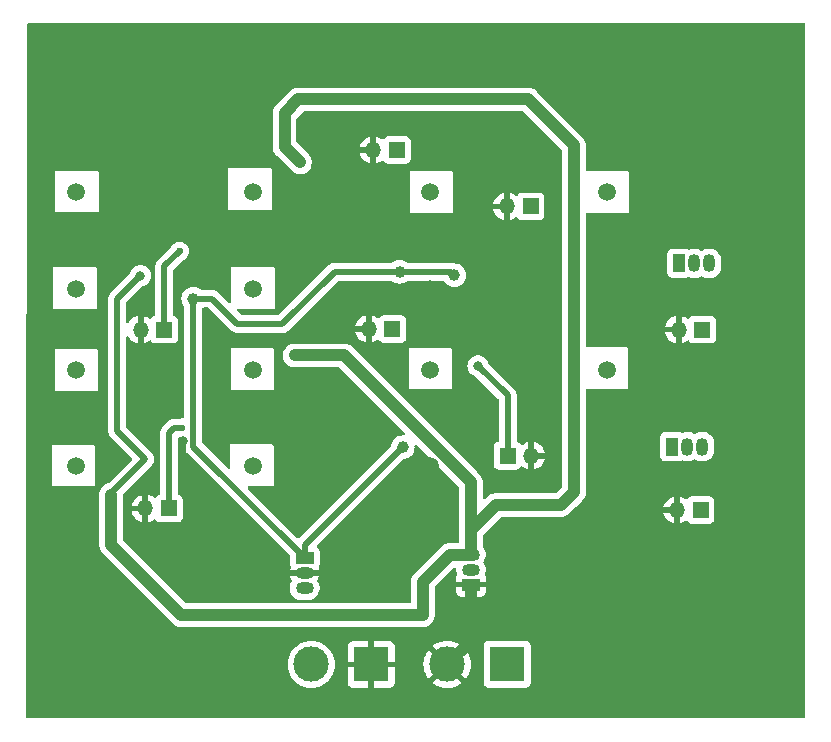
<source format=gbr>
%TF.GenerationSoftware,KiCad,Pcbnew,8.0.8*%
%TF.CreationDate,2025-08-26T11:44:10+12:00*%
%TF.ProjectId,esfgrid_ckt_Multi,65736667-7269-4645-9f63-6b745f4d756c,rev?*%
%TF.SameCoordinates,Original*%
%TF.FileFunction,Copper,L2,Bot*%
%TF.FilePolarity,Positive*%
%FSLAX46Y46*%
G04 Gerber Fmt 4.6, Leading zero omitted, Abs format (unit mm)*
G04 Created by KiCad (PCBNEW 8.0.8) date 2025-08-26 11:44:10*
%MOMM*%
%LPD*%
G01*
G04 APERTURE LIST*
%TA.AperFunction,ComponentPad*%
%ADD10R,1.350000X1.350000*%
%TD*%
%TA.AperFunction,ComponentPad*%
%ADD11O,1.350000X1.350000*%
%TD*%
%TA.AperFunction,ComponentPad*%
%ADD12O,1.050000X1.500000*%
%TD*%
%TA.AperFunction,ComponentPad*%
%ADD13R,1.050000X1.500000*%
%TD*%
%TA.AperFunction,ComponentPad*%
%ADD14R,1.500000X1.050000*%
%TD*%
%TA.AperFunction,ComponentPad*%
%ADD15O,1.500000X1.050000*%
%TD*%
%TA.AperFunction,ComponentPad*%
%ADD16R,3.000000X3.000000*%
%TD*%
%TA.AperFunction,ComponentPad*%
%ADD17C,3.000000*%
%TD*%
%TA.AperFunction,ViaPad*%
%ADD18C,0.800000*%
%TD*%
%TA.AperFunction,ViaPad*%
%ADD19C,1.000000*%
%TD*%
%TA.AperFunction,ViaPad*%
%ADD20C,0.600000*%
%TD*%
%TA.AperFunction,ViaPad*%
%ADD21C,1.500000*%
%TD*%
%TA.AperFunction,Conductor*%
%ADD22C,0.500000*%
%TD*%
%TA.AperFunction,Conductor*%
%ADD23C,1.000000*%
%TD*%
G04 APERTURE END LIST*
D10*
%TO.P,J16,1,Pin_1*%
%TO.N,/vo13*%
X213257600Y-58960000D03*
D11*
%TO.P,J16,2,Pin_2*%
%TO.N,GNDA*%
X211257600Y-58960000D03*
%TD*%
D12*
%TO.P,Q1,3,D*%
%TO.N,Net-(Q1-D)*%
X228367600Y-63777500D03*
%TO.P,Q1,2,S*%
%TO.N,Net-(Q1-S)*%
X227097600Y-63777500D03*
D13*
%TO.P,Q1,1,G*%
%TO.N,Net-(Q1-G)*%
X225827600Y-63777500D03*
%TD*%
D14*
%TO.P,U1,1,VO*%
%TO.N,/vp*%
X194137600Y-88720000D03*
D15*
%TO.P,U1,2,GND*%
%TO.N,GNDA*%
X194137600Y-89990000D03*
%TO.P,U1,3,VI*%
%TO.N,Net-(J1-Pin_2)*%
X194137600Y-91260000D03*
%TD*%
D10*
%TO.P,J3,1,Pin_1*%
%TO.N,/vo11*%
X182247600Y-69380000D03*
D11*
%TO.P,J3,2,Pin_2*%
%TO.N,GNDA*%
X180247600Y-69380000D03*
%TD*%
D10*
%TO.P,J18,1,Pin_1*%
%TO.N,/vo14*%
X227797600Y-69380000D03*
D11*
%TO.P,J18,2,Pin_2*%
%TO.N,GNDA*%
X225797600Y-69380000D03*
%TD*%
D10*
%TO.P,J8,1,Pin_1*%
%TO.N,/vo12*%
X201927600Y-54180000D03*
D11*
%TO.P,J8,2,Pin_2*%
%TO.N,GNDA*%
X199927600Y-54180000D03*
%TD*%
D16*
%TO.P,J2,1,Pin_1*%
%TO.N,Net-(J2-Pin_1)*%
X211277600Y-97730000D03*
D17*
%TO.P,J2,2,Pin_2*%
%TO.N,GNDA*%
X206197600Y-97730000D03*
%TD*%
D10*
%TO.P,J17,1,Pin_1*%
%TO.N,/vo23*%
X211317600Y-80060000D03*
D11*
%TO.P,J17,2,Pin_2*%
%TO.N,GNDA*%
X213317600Y-80060000D03*
%TD*%
D14*
%TO.P,U2,1,GND*%
%TO.N,GNDA*%
X208207600Y-90970000D03*
D15*
%TO.P,U2,2,VI*%
%TO.N,Net-(J2-Pin_1)*%
X208207600Y-89700000D03*
%TO.P,U2,3,VO*%
%TO.N,/vn*%
X208207600Y-88430000D03*
%TD*%
D16*
%TO.P,J1,1,Pin_1*%
%TO.N,GNDA*%
X199767600Y-97740000D03*
D17*
%TO.P,J1,2,Pin_2*%
%TO.N,Net-(J1-Pin_2)*%
X194687600Y-97740000D03*
%TD*%
D13*
%TO.P,Q2,1,G*%
%TO.N,Net-(Q2-G)*%
X225247600Y-79288750D03*
D12*
%TO.P,Q2,2,S*%
%TO.N,Net-(Q2-S)*%
X226517600Y-79288750D03*
%TO.P,Q2,3,D*%
%TO.N,Net-(Q2-D)*%
X227787600Y-79288750D03*
%TD*%
D11*
%TO.P,J19,2,Pin_2*%
%TO.N,GNDA*%
X225647600Y-84660000D03*
D10*
%TO.P,J19,1,Pin_1*%
%TO.N,/vo24*%
X227647600Y-84660000D03*
%TD*%
D11*
%TO.P,J7,2,Pin_2*%
%TO.N,GNDA*%
X180647600Y-84530000D03*
D10*
%TO.P,J7,1,Pin_1*%
%TO.N,/vo21*%
X182647600Y-84530000D03*
%TD*%
%TO.P,J9,1,Pin_1*%
%TO.N,/vo22*%
X201557600Y-69330000D03*
D11*
%TO.P,J9,2,Pin_2*%
%TO.N,GNDA*%
X199557600Y-69330000D03*
%TD*%
D18*
%TO.N,GNDA*%
X202485100Y-62817500D03*
X207897600Y-63610000D03*
X177237600Y-81030000D03*
X193097600Y-58370000D03*
X183847600Y-81890000D03*
X183847600Y-78780000D03*
X191287600Y-76510000D03*
X215197600Y-65510000D03*
%TO.N,/vo23*%
X208807600Y-72450000D03*
%TO.N,/vn*%
X180222600Y-64820000D03*
X177737600Y-83370000D03*
X193747600Y-55220000D03*
X193287600Y-71570000D03*
D19*
%TO.N,/vp*%
X206807600Y-64780000D03*
%TO.N,/vn*%
X216917600Y-71700000D03*
%TO.N,/vp*%
X202427600Y-79340000D03*
X202167600Y-64480000D03*
X184707600Y-66760000D03*
D20*
%TO.N,/vo11*%
X183537600Y-62740000D03*
%TO.N,/vo21*%
X183777600Y-77710000D03*
D21*
%TO.N,/vs2_22*%
X189755915Y-80913689D03*
%TO.N,/vs1_21*%
X174755915Y-72765541D03*
%TO.N,/vs2_21*%
X174755915Y-80913689D03*
%TO.N,/vs1_24*%
X219755915Y-72765541D03*
%TO.N,/vs1_22*%
X189755915Y-72765541D03*
%TO.N,/vs1_23*%
X204755915Y-72765541D03*
%TO.N,GNDA*%
X219755915Y-80913689D03*
X204755915Y-65913689D03*
X204755915Y-80913689D03*
X219755915Y-65913689D03*
%TO.N,/vs1_13*%
X204755915Y-57765541D03*
%TO.N,/vs2_12*%
X189755915Y-65913689D03*
%TO.N,/vs1_12*%
X189755915Y-57765541D03*
%TO.N,/vs1_11*%
X174757600Y-57771852D03*
%TO.N,/vs2_11*%
X174755915Y-65913689D03*
%TO.N,/vs1_14*%
X219755915Y-57765541D03*
%TD*%
D22*
%TO.N,GNDA*%
X183847600Y-78780000D02*
X183847600Y-81890000D01*
%TO.N,/vo21*%
X183777600Y-77710000D02*
X183077600Y-77710000D01*
X183077600Y-77710000D02*
X182647600Y-78140000D01*
X182647600Y-78140000D02*
X182647600Y-84530000D01*
%TO.N,/vo23*%
X211317600Y-74960000D02*
X208807600Y-72450000D01*
X211317600Y-80060000D02*
X211317600Y-74960000D01*
%TO.N,/vn*%
X177737600Y-83260000D02*
X180647600Y-80350000D01*
X180647600Y-80350000D02*
X178257600Y-77960000D01*
X178257600Y-66785000D02*
X180222600Y-64820000D01*
X177737600Y-83370000D02*
X177737600Y-83260000D01*
X178257600Y-77960000D02*
X178257600Y-66785000D01*
D23*
X177737600Y-87620000D02*
X177737600Y-83370000D01*
X204137600Y-90750000D02*
X204137600Y-93570000D01*
X206457600Y-88430000D02*
X204137600Y-90750000D01*
X183687600Y-93570000D02*
X177737600Y-87620000D01*
X204137600Y-93570000D02*
X183687600Y-93570000D01*
X208207600Y-88430000D02*
X206457600Y-88430000D01*
X192427600Y-51070000D02*
X192427600Y-53900000D01*
X192427600Y-53900000D02*
X193747600Y-55220000D01*
X193607600Y-49890000D02*
X192427600Y-51070000D01*
X193607600Y-49890000D02*
X213047600Y-49890000D01*
X216917600Y-71700000D02*
X216917600Y-53760000D01*
X216917600Y-53760000D02*
X213047600Y-49890000D01*
X208207600Y-82314764D02*
X197462836Y-71570000D01*
X197462836Y-71570000D02*
X193287600Y-71570000D01*
X208207600Y-88430000D02*
X208207600Y-82314764D01*
D22*
%TO.N,/vp*%
X206507600Y-64480000D02*
X206807600Y-64780000D01*
X202167600Y-64480000D02*
X206507600Y-64480000D01*
D23*
%TO.N,/vn*%
X216947600Y-83120000D02*
X216947600Y-71730000D01*
X208207600Y-86360000D02*
X210337600Y-84230000D01*
X208207600Y-88430000D02*
X208207600Y-86360000D01*
X216947600Y-71730000D02*
X216917600Y-71700000D01*
X210337600Y-84230000D02*
X215837600Y-84230000D01*
X215837600Y-84230000D02*
X216947600Y-83120000D01*
D22*
%TO.N,/vp*%
X194137600Y-87630000D02*
X194137600Y-88720000D01*
X202427600Y-79340000D02*
X194137600Y-87630000D01*
X192197600Y-68890000D02*
X192227600Y-68920000D01*
X186297600Y-66760000D02*
X188427600Y-68890000D01*
X184707600Y-66760000D02*
X186297600Y-66760000D01*
X196667600Y-64480000D02*
X202167600Y-64480000D01*
X188427600Y-68890000D02*
X192197600Y-68890000D01*
X192227600Y-68920000D02*
X196667600Y-64480000D01*
X184707600Y-66760000D02*
X184707600Y-79290000D01*
X184707600Y-79290000D02*
X194137600Y-88720000D01*
%TO.N,/vo11*%
X182247600Y-64030000D02*
X182247600Y-69380000D01*
X183537600Y-62740000D02*
X182247600Y-64030000D01*
D23*
%TO.N,GNDA*%
X208207600Y-95720000D02*
X206197600Y-97730000D01*
X208207600Y-90970000D02*
X208207600Y-95720000D01*
%TD*%
%TA.AperFunction,Conductor*%
%TO.N,GNDA*%
G36*
X236460999Y-43439671D02*
G01*
X236506754Y-43492475D01*
X236517960Y-43543986D01*
X236517960Y-102180020D01*
X236498275Y-102247059D01*
X236445471Y-102292814D01*
X236393876Y-102304020D01*
X170636307Y-102259479D01*
X170569281Y-102239749D01*
X170523562Y-102186914D01*
X170512391Y-102135232D01*
X170517149Y-99745610D01*
X170521142Y-97739998D01*
X192681990Y-97739998D01*
X192681990Y-97740001D01*
X192702404Y-98025433D01*
X192763228Y-98305037D01*
X192763230Y-98305043D01*
X192763231Y-98305046D01*
X192863233Y-98573161D01*
X192863235Y-98573166D01*
X193000370Y-98824309D01*
X193000375Y-98824317D01*
X193171854Y-99053387D01*
X193171870Y-99053405D01*
X193374194Y-99255729D01*
X193374212Y-99255745D01*
X193603282Y-99427224D01*
X193603290Y-99427229D01*
X193854433Y-99564364D01*
X193854432Y-99564364D01*
X193854436Y-99564365D01*
X193854439Y-99564367D01*
X194122554Y-99664369D01*
X194122560Y-99664370D01*
X194122562Y-99664371D01*
X194402166Y-99725195D01*
X194402168Y-99725195D01*
X194402172Y-99725196D01*
X194655820Y-99743337D01*
X194687599Y-99745610D01*
X194687600Y-99745610D01*
X194687601Y-99745610D01*
X194716195Y-99743564D01*
X194973028Y-99725196D01*
X195209325Y-99673793D01*
X195252637Y-99664371D01*
X195252637Y-99664370D01*
X195252646Y-99664369D01*
X195520761Y-99564367D01*
X195771915Y-99427226D01*
X196000995Y-99255739D01*
X196203339Y-99053395D01*
X196374826Y-98824315D01*
X196511967Y-98573161D01*
X196611969Y-98305046D01*
X196672796Y-98025428D01*
X196693210Y-97740000D01*
X196672796Y-97454572D01*
X196627321Y-97245528D01*
X196611971Y-97174962D01*
X196611970Y-97174960D01*
X196611969Y-97174954D01*
X196511967Y-96906839D01*
X196374826Y-96655685D01*
X196367541Y-96645953D01*
X196203345Y-96426612D01*
X196203329Y-96426594D01*
X196001005Y-96224270D01*
X196000987Y-96224254D01*
X195958108Y-96192155D01*
X197767600Y-96192155D01*
X197767600Y-97490000D01*
X199048536Y-97490000D01*
X199036807Y-97518316D01*
X199007600Y-97665147D01*
X199007600Y-97814853D01*
X199036807Y-97961684D01*
X199048536Y-97990000D01*
X197767600Y-97990000D01*
X197767600Y-99287844D01*
X197774001Y-99347372D01*
X197774003Y-99347379D01*
X197824245Y-99482086D01*
X197824249Y-99482093D01*
X197910409Y-99597187D01*
X197910412Y-99597190D01*
X198025506Y-99683350D01*
X198025513Y-99683354D01*
X198160220Y-99733596D01*
X198160227Y-99733598D01*
X198219755Y-99739999D01*
X198219772Y-99740000D01*
X199517600Y-99740000D01*
X199517600Y-98459064D01*
X199545916Y-98470793D01*
X199692747Y-98500000D01*
X199842453Y-98500000D01*
X199989284Y-98470793D01*
X200017600Y-98459064D01*
X200017600Y-99740000D01*
X201315428Y-99740000D01*
X201315444Y-99739999D01*
X201374972Y-99733598D01*
X201374979Y-99733596D01*
X201509686Y-99683354D01*
X201509693Y-99683350D01*
X201624787Y-99597190D01*
X201624790Y-99597187D01*
X201710950Y-99482093D01*
X201710954Y-99482086D01*
X201761196Y-99347379D01*
X201761198Y-99347372D01*
X201767599Y-99287844D01*
X201767600Y-99287824D01*
X201767600Y-97990000D01*
X200486664Y-97990000D01*
X200498393Y-97961684D01*
X200527600Y-97814853D01*
X200527600Y-97729998D01*
X204192491Y-97729998D01*
X204192491Y-97730001D01*
X204212900Y-98015362D01*
X204273709Y-98294895D01*
X204373691Y-98562958D01*
X204510791Y-98814038D01*
X204510796Y-98814046D01*
X204617482Y-98956562D01*
X204617483Y-98956563D01*
X205512368Y-98061678D01*
X205524097Y-98089995D01*
X205607270Y-98214472D01*
X205713128Y-98320330D01*
X205837605Y-98403503D01*
X205865920Y-98415231D01*
X204971035Y-99310115D01*
X204971036Y-99310116D01*
X205113553Y-99416803D01*
X205113561Y-99416808D01*
X205364642Y-99553908D01*
X205364641Y-99553908D01*
X205632704Y-99653890D01*
X205912237Y-99714699D01*
X206197599Y-99735109D01*
X206197601Y-99735109D01*
X206482962Y-99714699D01*
X206762495Y-99653890D01*
X207030558Y-99553908D01*
X207281638Y-99416808D01*
X207281639Y-99416807D01*
X207424163Y-99310115D01*
X206529279Y-98415231D01*
X206557595Y-98403503D01*
X206682072Y-98320330D01*
X206787930Y-98214472D01*
X206871103Y-98089995D01*
X206882831Y-98061679D01*
X207777715Y-98956563D01*
X207884407Y-98814039D01*
X207884408Y-98814038D01*
X208021508Y-98562958D01*
X208121490Y-98294895D01*
X208182299Y-98015362D01*
X208202709Y-97730001D01*
X208202709Y-97729998D01*
X208182299Y-97444637D01*
X208121490Y-97165104D01*
X208021508Y-96897041D01*
X207884408Y-96645961D01*
X207884403Y-96645953D01*
X207777716Y-96503436D01*
X207777715Y-96503435D01*
X206882831Y-97398320D01*
X206871103Y-97370005D01*
X206787930Y-97245528D01*
X206682072Y-97139670D01*
X206557595Y-97056497D01*
X206529278Y-97044767D01*
X207391911Y-96182135D01*
X209277100Y-96182135D01*
X209277100Y-99277870D01*
X209277101Y-99277876D01*
X209283508Y-99337483D01*
X209333802Y-99472328D01*
X209333806Y-99472335D01*
X209420052Y-99587544D01*
X209420055Y-99587547D01*
X209535264Y-99673793D01*
X209535271Y-99673797D01*
X209670117Y-99724091D01*
X209670116Y-99724091D01*
X209677044Y-99724835D01*
X209729727Y-99730500D01*
X212825472Y-99730499D01*
X212885083Y-99724091D01*
X213019931Y-99673796D01*
X213135146Y-99587546D01*
X213221396Y-99472331D01*
X213271691Y-99337483D01*
X213278100Y-99277873D01*
X213278099Y-96182128D01*
X213271691Y-96122517D01*
X213242106Y-96043196D01*
X213221397Y-95987671D01*
X213221393Y-95987664D01*
X213135147Y-95872455D01*
X213135144Y-95872452D01*
X213019935Y-95786206D01*
X213019928Y-95786202D01*
X212885082Y-95735908D01*
X212885083Y-95735908D01*
X212825483Y-95729501D01*
X212825481Y-95729500D01*
X212825473Y-95729500D01*
X212825464Y-95729500D01*
X209729729Y-95729500D01*
X209729723Y-95729501D01*
X209670116Y-95735908D01*
X209535271Y-95786202D01*
X209535264Y-95786206D01*
X209420055Y-95872452D01*
X209420052Y-95872455D01*
X209333806Y-95987664D01*
X209333802Y-95987671D01*
X209283508Y-96122517D01*
X209277101Y-96182116D01*
X209277101Y-96182123D01*
X209277100Y-96182135D01*
X207391911Y-96182135D01*
X207424163Y-96149883D01*
X207424162Y-96149882D01*
X207281646Y-96043196D01*
X207281638Y-96043191D01*
X207030557Y-95906091D01*
X207030558Y-95906091D01*
X206762495Y-95806109D01*
X206482962Y-95745300D01*
X206197601Y-95724891D01*
X206197599Y-95724891D01*
X205912237Y-95745300D01*
X205632704Y-95806109D01*
X205364641Y-95906091D01*
X205113561Y-96043191D01*
X205113553Y-96043196D01*
X204971035Y-96149882D01*
X205865921Y-97044767D01*
X205837605Y-97056497D01*
X205713128Y-97139670D01*
X205607270Y-97245528D01*
X205524097Y-97370005D01*
X205512368Y-97398321D01*
X204617482Y-96503435D01*
X204510796Y-96645953D01*
X204510791Y-96645961D01*
X204373691Y-96897041D01*
X204273709Y-97165104D01*
X204212900Y-97444637D01*
X204192491Y-97729998D01*
X200527600Y-97729998D01*
X200527600Y-97665147D01*
X200498393Y-97518316D01*
X200486664Y-97490000D01*
X201767600Y-97490000D01*
X201767600Y-96192172D01*
X201767599Y-96192155D01*
X201761198Y-96132627D01*
X201761196Y-96132620D01*
X201710954Y-95997913D01*
X201710950Y-95997906D01*
X201624790Y-95882812D01*
X201624787Y-95882809D01*
X201509693Y-95796649D01*
X201509686Y-95796645D01*
X201374979Y-95746403D01*
X201374972Y-95746401D01*
X201315444Y-95740000D01*
X200017600Y-95740000D01*
X200017600Y-97020935D01*
X199989284Y-97009207D01*
X199842453Y-96980000D01*
X199692747Y-96980000D01*
X199545916Y-97009207D01*
X199517600Y-97020935D01*
X199517600Y-95740000D01*
X198219755Y-95740000D01*
X198160227Y-95746401D01*
X198160220Y-95746403D01*
X198025513Y-95796645D01*
X198025506Y-95796649D01*
X197910412Y-95882809D01*
X197910409Y-95882812D01*
X197824249Y-95997906D01*
X197824245Y-95997913D01*
X197774003Y-96132620D01*
X197774001Y-96132627D01*
X197767600Y-96192155D01*
X195958108Y-96192155D01*
X195771917Y-96052775D01*
X195771909Y-96052770D01*
X195520766Y-95915635D01*
X195520767Y-95915635D01*
X195404989Y-95872452D01*
X195252646Y-95815631D01*
X195252643Y-95815630D01*
X195252637Y-95815628D01*
X194973033Y-95754804D01*
X194687601Y-95734390D01*
X194687599Y-95734390D01*
X194402166Y-95754804D01*
X194122562Y-95815628D01*
X193854433Y-95915635D01*
X193603290Y-96052770D01*
X193603282Y-96052775D01*
X193374212Y-96224254D01*
X193374194Y-96224270D01*
X193171870Y-96426594D01*
X193171854Y-96426612D01*
X193000375Y-96655682D01*
X193000370Y-96655690D01*
X192863235Y-96906833D01*
X192763228Y-97174962D01*
X192702404Y-97454566D01*
X192681990Y-97739998D01*
X170521142Y-97739998D01*
X170549947Y-83271456D01*
X176737100Y-83271456D01*
X176737100Y-87718544D01*
X176768847Y-87878145D01*
X176775547Y-87911829D01*
X176775549Y-87911837D01*
X176850964Y-88093907D01*
X176850971Y-88093920D01*
X176960459Y-88257780D01*
X176960460Y-88257781D01*
X176960461Y-88257782D01*
X177099818Y-88397139D01*
X177099819Y-88397139D01*
X177106886Y-88404206D01*
X177106885Y-88404206D01*
X177106889Y-88404209D01*
X183049815Y-94347137D01*
X183049819Y-94347140D01*
X183213679Y-94456628D01*
X183213685Y-94456631D01*
X183213686Y-94456632D01*
X183395765Y-94532052D01*
X183556989Y-94564121D01*
X183589057Y-94570499D01*
X183589058Y-94570500D01*
X183589059Y-94570500D01*
X204236143Y-94570500D01*
X204366182Y-94544632D01*
X204429435Y-94532051D01*
X204611514Y-94456632D01*
X204775382Y-94347139D01*
X204914739Y-94207782D01*
X205024232Y-94043914D01*
X205099651Y-93861835D01*
X205138100Y-93668541D01*
X205138100Y-91215782D01*
X205157785Y-91148743D01*
X205174419Y-91128101D01*
X205964900Y-90337620D01*
X206745421Y-89557099D01*
X206806742Y-89523616D01*
X206876434Y-89528600D01*
X206932367Y-89570472D01*
X206956784Y-89635936D01*
X206957100Y-89644782D01*
X206957100Y-89801007D01*
X206996507Y-89999119D01*
X206996510Y-89999131D01*
X207030147Y-90080338D01*
X207037616Y-90149807D01*
X207018005Y-90194864D01*
X207018495Y-90195132D01*
X207015510Y-90200596D01*
X207014860Y-90202092D01*
X207014246Y-90202911D01*
X207014245Y-90202913D01*
X206964003Y-90337620D01*
X206964001Y-90337627D01*
X206957600Y-90397155D01*
X206957600Y-90720000D01*
X207841734Y-90720000D01*
X207865926Y-90722383D01*
X207868723Y-90722939D01*
X207881595Y-90725499D01*
X207881596Y-90725500D01*
X207881597Y-90725500D01*
X207921770Y-90725500D01*
X207907525Y-90739745D01*
X207858156Y-90825255D01*
X207832600Y-90920630D01*
X207832600Y-91019370D01*
X207858156Y-91114745D01*
X207907525Y-91200255D01*
X207927270Y-91220000D01*
X206957600Y-91220000D01*
X206957600Y-91542844D01*
X206964001Y-91602372D01*
X206964003Y-91602379D01*
X207014245Y-91737086D01*
X207014249Y-91737093D01*
X207100409Y-91852187D01*
X207100412Y-91852190D01*
X207215506Y-91938350D01*
X207215513Y-91938354D01*
X207350220Y-91988596D01*
X207350227Y-91988598D01*
X207409755Y-91994999D01*
X207409772Y-91995000D01*
X207957600Y-91995000D01*
X207957600Y-91250330D01*
X207977345Y-91270075D01*
X208062855Y-91319444D01*
X208158230Y-91345000D01*
X208256970Y-91345000D01*
X208352345Y-91319444D01*
X208437855Y-91270075D01*
X208457600Y-91250330D01*
X208457600Y-91995000D01*
X209005428Y-91995000D01*
X209005444Y-91994999D01*
X209064972Y-91988598D01*
X209064979Y-91988596D01*
X209199686Y-91938354D01*
X209199693Y-91938350D01*
X209314787Y-91852190D01*
X209314790Y-91852187D01*
X209400950Y-91737093D01*
X209400954Y-91737086D01*
X209451196Y-91602379D01*
X209451198Y-91602372D01*
X209457599Y-91542844D01*
X209457600Y-91542827D01*
X209457600Y-91220000D01*
X208487930Y-91220000D01*
X208507675Y-91200255D01*
X208557044Y-91114745D01*
X208582600Y-91019370D01*
X208582600Y-90920630D01*
X208557044Y-90825255D01*
X208507675Y-90739745D01*
X208493430Y-90725500D01*
X208533604Y-90725500D01*
X208533604Y-90725499D01*
X208547073Y-90722820D01*
X208549274Y-90722383D01*
X208573466Y-90720000D01*
X209457600Y-90720000D01*
X209457600Y-90397172D01*
X209457599Y-90397155D01*
X209451198Y-90337627D01*
X209451196Y-90337620D01*
X209400954Y-90202913D01*
X209400953Y-90202911D01*
X209400345Y-90202099D01*
X209399990Y-90201148D01*
X209396703Y-90195128D01*
X209397568Y-90194655D01*
X209375929Y-90136634D01*
X209385052Y-90080338D01*
X209418691Y-89999127D01*
X209458100Y-89801003D01*
X209458100Y-89598997D01*
X209418691Y-89400873D01*
X209341386Y-89214244D01*
X209287694Y-89133889D01*
X209266817Y-89067214D01*
X209285301Y-88999834D01*
X209287678Y-88996134D01*
X209341386Y-88915756D01*
X209418691Y-88729127D01*
X209458100Y-88531003D01*
X209458100Y-88328997D01*
X209418691Y-88130873D01*
X209341386Y-87944244D01*
X209341384Y-87944241D01*
X209341382Y-87944237D01*
X209228998Y-87776042D01*
X209208120Y-87709364D01*
X209208100Y-87707151D01*
X209208100Y-86825782D01*
X209227785Y-86758743D01*
X209244419Y-86738101D01*
X210715701Y-85266819D01*
X210777024Y-85233334D01*
X210803382Y-85230500D01*
X215936142Y-85230500D01*
X215955470Y-85226655D01*
X216032788Y-85211275D01*
X216129436Y-85192051D01*
X216182765Y-85169961D01*
X216311514Y-85116632D01*
X216475382Y-85007139D01*
X216614739Y-84867782D01*
X216614740Y-84867779D01*
X216621806Y-84860714D01*
X216621809Y-84860710D01*
X217072520Y-84409999D01*
X224497094Y-84409999D01*
X224497095Y-84410000D01*
X225331914Y-84410000D01*
X225327520Y-84414394D01*
X225274859Y-84505606D01*
X225247600Y-84607339D01*
X225247600Y-84712661D01*
X225274859Y-84814394D01*
X225327520Y-84905606D01*
X225331914Y-84910000D01*
X224497095Y-84910000D01*
X224547251Y-85086280D01*
X224644315Y-85281208D01*
X224775545Y-85454985D01*
X224936468Y-85601685D01*
X225121612Y-85716322D01*
X225121623Y-85716327D01*
X225324660Y-85794984D01*
X225397600Y-85808619D01*
X225397600Y-84975686D01*
X225401994Y-84980080D01*
X225493206Y-85032741D01*
X225594939Y-85060000D01*
X225700261Y-85060000D01*
X225801994Y-85032741D01*
X225893206Y-84980080D01*
X225897600Y-84975686D01*
X225897600Y-85808619D01*
X225970539Y-85794984D01*
X226173576Y-85716327D01*
X226173587Y-85716322D01*
X226358727Y-85601687D01*
X226369706Y-85591679D01*
X226432509Y-85561060D01*
X226501897Y-85569256D01*
X226552513Y-85609003D01*
X226615052Y-85692544D01*
X226615055Y-85692547D01*
X226730264Y-85778793D01*
X226730271Y-85778797D01*
X226865117Y-85829091D01*
X226865116Y-85829091D01*
X226872044Y-85829835D01*
X226924727Y-85835500D01*
X228370472Y-85835499D01*
X228430083Y-85829091D01*
X228564931Y-85778796D01*
X228680146Y-85692546D01*
X228766396Y-85577331D01*
X228816691Y-85442483D01*
X228823100Y-85382873D01*
X228823099Y-83937128D01*
X228816691Y-83877517D01*
X228790437Y-83807127D01*
X228766397Y-83742671D01*
X228766393Y-83742664D01*
X228680147Y-83627455D01*
X228680144Y-83627452D01*
X228564935Y-83541206D01*
X228564928Y-83541202D01*
X228430082Y-83490908D01*
X228430083Y-83490908D01*
X228370483Y-83484501D01*
X228370481Y-83484500D01*
X228370473Y-83484500D01*
X228370464Y-83484500D01*
X226924729Y-83484500D01*
X226924723Y-83484501D01*
X226865116Y-83490908D01*
X226730271Y-83541202D01*
X226730264Y-83541206D01*
X226615055Y-83627452D01*
X226615052Y-83627455D01*
X226552513Y-83710997D01*
X226496580Y-83752868D01*
X226426888Y-83757852D01*
X226369709Y-83728323D01*
X226358730Y-83718314D01*
X226358725Y-83718310D01*
X226173587Y-83603677D01*
X226173585Y-83603676D01*
X225970531Y-83525013D01*
X225970521Y-83525010D01*
X225897601Y-83511378D01*
X225897600Y-83511379D01*
X225897600Y-84344314D01*
X225893206Y-84339920D01*
X225801994Y-84287259D01*
X225700261Y-84260000D01*
X225594939Y-84260000D01*
X225493206Y-84287259D01*
X225401994Y-84339920D01*
X225397600Y-84344314D01*
X225397600Y-83511379D01*
X225397598Y-83511378D01*
X225324678Y-83525010D01*
X225324668Y-83525013D01*
X225121614Y-83603676D01*
X225121612Y-83603677D01*
X224936469Y-83718314D01*
X224936468Y-83718314D01*
X224775545Y-83865014D01*
X224644315Y-84038791D01*
X224547251Y-84233719D01*
X224497094Y-84409999D01*
X217072520Y-84409999D01*
X217585378Y-83897141D01*
X217585382Y-83897139D01*
X217724739Y-83757782D01*
X217834232Y-83593914D01*
X217909651Y-83411835D01*
X217922232Y-83348582D01*
X217948100Y-83218543D01*
X217948100Y-78490885D01*
X224222100Y-78490885D01*
X224222100Y-80086620D01*
X224222101Y-80086626D01*
X224228508Y-80146233D01*
X224278802Y-80281078D01*
X224278806Y-80281085D01*
X224365052Y-80396294D01*
X224365055Y-80396297D01*
X224480264Y-80482543D01*
X224480271Y-80482547D01*
X224615117Y-80532841D01*
X224615116Y-80532841D01*
X224622044Y-80533585D01*
X224674727Y-80539250D01*
X225820472Y-80539249D01*
X225880083Y-80532841D01*
X226014931Y-80482546D01*
X226016030Y-80481722D01*
X226017317Y-80481242D01*
X226022712Y-80478297D01*
X226023135Y-80479072D01*
X226081487Y-80457302D01*
X226137798Y-80466423D01*
X226218473Y-80499841D01*
X226384377Y-80532841D01*
X226416592Y-80539249D01*
X226416596Y-80539250D01*
X226416597Y-80539250D01*
X226618604Y-80539250D01*
X226618605Y-80539249D01*
X226816727Y-80499841D01*
X227003356Y-80422536D01*
X227083710Y-80368844D01*
X227150386Y-80347967D01*
X227217766Y-80366451D01*
X227221465Y-80368828D01*
X227301844Y-80422536D01*
X227488473Y-80499841D01*
X227654377Y-80532841D01*
X227686592Y-80539249D01*
X227686596Y-80539250D01*
X227686597Y-80539250D01*
X227888604Y-80539250D01*
X227888605Y-80539249D01*
X228086727Y-80499841D01*
X228273356Y-80422536D01*
X228441318Y-80310308D01*
X228584158Y-80167468D01*
X228696386Y-79999506D01*
X228773691Y-79812877D01*
X228813100Y-79614753D01*
X228813100Y-78962747D01*
X228773691Y-78764623D01*
X228696386Y-78577994D01*
X228696384Y-78577991D01*
X228696382Y-78577987D01*
X228584158Y-78410031D01*
X228441318Y-78267191D01*
X228273362Y-78154967D01*
X228273352Y-78154962D01*
X228086727Y-78077659D01*
X228086719Y-78077657D01*
X227888607Y-78038250D01*
X227888603Y-78038250D01*
X227686597Y-78038250D01*
X227686592Y-78038250D01*
X227488480Y-78077657D01*
X227488472Y-78077659D01*
X227301844Y-78154963D01*
X227221491Y-78208654D01*
X227154813Y-78229532D01*
X227087433Y-78211047D01*
X227083709Y-78208654D01*
X227003355Y-78154963D01*
X226816727Y-78077659D01*
X226816719Y-78077657D01*
X226618607Y-78038250D01*
X226618603Y-78038250D01*
X226416597Y-78038250D01*
X226416592Y-78038250D01*
X226218480Y-78077657D01*
X226218468Y-78077660D01*
X226137798Y-78111075D01*
X226068329Y-78118544D01*
X226022942Y-78098786D01*
X226022714Y-78099204D01*
X226018047Y-78096655D01*
X226016032Y-78095778D01*
X226014931Y-78094954D01*
X226014930Y-78094953D01*
X226014928Y-78094952D01*
X225880082Y-78044658D01*
X225880083Y-78044658D01*
X225820483Y-78038251D01*
X225820481Y-78038250D01*
X225820473Y-78038250D01*
X225820464Y-78038250D01*
X224674729Y-78038250D01*
X224674723Y-78038251D01*
X224615116Y-78044658D01*
X224480271Y-78094952D01*
X224480264Y-78094956D01*
X224365055Y-78181202D01*
X224365052Y-78181205D01*
X224278806Y-78296414D01*
X224278802Y-78296421D01*
X224228508Y-78431267D01*
X224222101Y-78490866D01*
X224222100Y-78490885D01*
X217948100Y-78490885D01*
X217948100Y-74514000D01*
X217967785Y-74446961D01*
X218020589Y-74401206D01*
X218072100Y-74390000D01*
X221497600Y-74390000D01*
X221537600Y-74350000D01*
X221537600Y-70970000D01*
X221427600Y-70860000D01*
X218042100Y-70860000D01*
X217975061Y-70840315D01*
X217929306Y-70787511D01*
X217918100Y-70736000D01*
X217918100Y-69129999D01*
X224647094Y-69129999D01*
X224647095Y-69130000D01*
X225481914Y-69130000D01*
X225477520Y-69134394D01*
X225424859Y-69225606D01*
X225397600Y-69327339D01*
X225397600Y-69432661D01*
X225424859Y-69534394D01*
X225477520Y-69625606D01*
X225481914Y-69630000D01*
X224647095Y-69630000D01*
X224697251Y-69806280D01*
X224794315Y-70001208D01*
X224925545Y-70174985D01*
X225086468Y-70321685D01*
X225271612Y-70436322D01*
X225271623Y-70436327D01*
X225474660Y-70514984D01*
X225547600Y-70528619D01*
X225547600Y-69695686D01*
X225551994Y-69700080D01*
X225643206Y-69752741D01*
X225744939Y-69780000D01*
X225850261Y-69780000D01*
X225951994Y-69752741D01*
X226043206Y-69700080D01*
X226047600Y-69695686D01*
X226047600Y-70528619D01*
X226120539Y-70514984D01*
X226323576Y-70436327D01*
X226323587Y-70436322D01*
X226508727Y-70321687D01*
X226519706Y-70311679D01*
X226582509Y-70281060D01*
X226651897Y-70289256D01*
X226702513Y-70329003D01*
X226765052Y-70412544D01*
X226765055Y-70412547D01*
X226880264Y-70498793D01*
X226880271Y-70498797D01*
X227015117Y-70549091D01*
X227015116Y-70549091D01*
X227022044Y-70549835D01*
X227074727Y-70555500D01*
X228520472Y-70555499D01*
X228580083Y-70549091D01*
X228714931Y-70498796D01*
X228830146Y-70412546D01*
X228916396Y-70297331D01*
X228966691Y-70162483D01*
X228973100Y-70102873D01*
X228973099Y-68657128D01*
X228966691Y-68597517D01*
X228948042Y-68547517D01*
X228916397Y-68462671D01*
X228916393Y-68462664D01*
X228830147Y-68347455D01*
X228830144Y-68347452D01*
X228714935Y-68261206D01*
X228714928Y-68261202D01*
X228580082Y-68210908D01*
X228580083Y-68210908D01*
X228520483Y-68204501D01*
X228520481Y-68204500D01*
X228520473Y-68204500D01*
X228520464Y-68204500D01*
X227074729Y-68204500D01*
X227074723Y-68204501D01*
X227015116Y-68210908D01*
X226880271Y-68261202D01*
X226880264Y-68261206D01*
X226765055Y-68347452D01*
X226765052Y-68347455D01*
X226702513Y-68430997D01*
X226646580Y-68472868D01*
X226576888Y-68477852D01*
X226519709Y-68448323D01*
X226508730Y-68438314D01*
X226508725Y-68438310D01*
X226323587Y-68323677D01*
X226323585Y-68323676D01*
X226120531Y-68245013D01*
X226120521Y-68245010D01*
X226047601Y-68231378D01*
X226047600Y-68231379D01*
X226047600Y-69064314D01*
X226043206Y-69059920D01*
X225951994Y-69007259D01*
X225850261Y-68980000D01*
X225744939Y-68980000D01*
X225643206Y-69007259D01*
X225551994Y-69059920D01*
X225547600Y-69064314D01*
X225547600Y-68231379D01*
X225547598Y-68231378D01*
X225474678Y-68245010D01*
X225474668Y-68245013D01*
X225271614Y-68323676D01*
X225271612Y-68323677D01*
X225086469Y-68438314D01*
X225086468Y-68438314D01*
X224925545Y-68585014D01*
X224794315Y-68758791D01*
X224697251Y-68953719D01*
X224647094Y-69129999D01*
X217918100Y-69129999D01*
X217918100Y-62979635D01*
X224802100Y-62979635D01*
X224802100Y-64575370D01*
X224802101Y-64575376D01*
X224808508Y-64634983D01*
X224858802Y-64769828D01*
X224858806Y-64769835D01*
X224945052Y-64885044D01*
X224945055Y-64885047D01*
X225060264Y-64971293D01*
X225060271Y-64971297D01*
X225195117Y-65021591D01*
X225195116Y-65021591D01*
X225202044Y-65022335D01*
X225254727Y-65028000D01*
X226400472Y-65027999D01*
X226460083Y-65021591D01*
X226594931Y-64971296D01*
X226596030Y-64970472D01*
X226597317Y-64969992D01*
X226602712Y-64967047D01*
X226603135Y-64967822D01*
X226661487Y-64946052D01*
X226717798Y-64955173D01*
X226798473Y-64988591D01*
X226964377Y-65021591D01*
X226996592Y-65027999D01*
X226996596Y-65028000D01*
X226996597Y-65028000D01*
X227198604Y-65028000D01*
X227198605Y-65027999D01*
X227396727Y-64988591D01*
X227583356Y-64911286D01*
X227663710Y-64857594D01*
X227730386Y-64836717D01*
X227797766Y-64855201D01*
X227801465Y-64857578D01*
X227881844Y-64911286D01*
X228068473Y-64988591D01*
X228234377Y-65021591D01*
X228266592Y-65027999D01*
X228266596Y-65028000D01*
X228266597Y-65028000D01*
X228468604Y-65028000D01*
X228468605Y-65027999D01*
X228666727Y-64988591D01*
X228853356Y-64911286D01*
X229021318Y-64799058D01*
X229164158Y-64656218D01*
X229276386Y-64488256D01*
X229353691Y-64301627D01*
X229393100Y-64103503D01*
X229393100Y-63451497D01*
X229353691Y-63253373D01*
X229276386Y-63066744D01*
X229276384Y-63066741D01*
X229276382Y-63066737D01*
X229164158Y-62898781D01*
X229021318Y-62755941D01*
X228853362Y-62643717D01*
X228853352Y-62643712D01*
X228666727Y-62566409D01*
X228666719Y-62566407D01*
X228468607Y-62527000D01*
X228468603Y-62527000D01*
X228266597Y-62527000D01*
X228266592Y-62527000D01*
X228068480Y-62566407D01*
X228068472Y-62566409D01*
X227881844Y-62643713D01*
X227801491Y-62697404D01*
X227734813Y-62718282D01*
X227667433Y-62699797D01*
X227663709Y-62697404D01*
X227583355Y-62643713D01*
X227396727Y-62566409D01*
X227396719Y-62566407D01*
X227198607Y-62527000D01*
X227198603Y-62527000D01*
X226996597Y-62527000D01*
X226996592Y-62527000D01*
X226798480Y-62566407D01*
X226798468Y-62566410D01*
X226717798Y-62599825D01*
X226648329Y-62607294D01*
X226602942Y-62587536D01*
X226602714Y-62587954D01*
X226598047Y-62585405D01*
X226596032Y-62584528D01*
X226594931Y-62583704D01*
X226594930Y-62583703D01*
X226594928Y-62583702D01*
X226460082Y-62533408D01*
X226460083Y-62533408D01*
X226400483Y-62527001D01*
X226400481Y-62527000D01*
X226400473Y-62527000D01*
X226400464Y-62527000D01*
X225254729Y-62527000D01*
X225254723Y-62527001D01*
X225195116Y-62533408D01*
X225060271Y-62583702D01*
X225060264Y-62583706D01*
X224945055Y-62669952D01*
X224945052Y-62669955D01*
X224858806Y-62785164D01*
X224858802Y-62785171D01*
X224808508Y-62920017D01*
X224802101Y-62979616D01*
X224802100Y-62979635D01*
X217918100Y-62979635D01*
X217918100Y-59624000D01*
X217937785Y-59556961D01*
X217990589Y-59511206D01*
X218042100Y-59500000D01*
X221527600Y-59500000D01*
X221567600Y-59460000D01*
X221567600Y-56080000D01*
X221457600Y-55970000D01*
X218042100Y-55970000D01*
X217975061Y-55950315D01*
X217929306Y-55897511D01*
X217918100Y-55846000D01*
X217918100Y-53661456D01*
X217918099Y-53661454D01*
X217879653Y-53468173D01*
X217879651Y-53468167D01*
X217879651Y-53468165D01*
X217875079Y-53457128D01*
X217815838Y-53314106D01*
X217804232Y-53286086D01*
X217695714Y-53123677D01*
X217694740Y-53122219D01*
X217633723Y-53061202D01*
X217555382Y-52982861D01*
X217555381Y-52982860D01*
X213831808Y-49259288D01*
X213831806Y-49259285D01*
X213831806Y-49259286D01*
X213824739Y-49252219D01*
X213824739Y-49252218D01*
X213685382Y-49112861D01*
X213685381Y-49112860D01*
X213685380Y-49112859D01*
X213521520Y-49003371D01*
X213521511Y-49003366D01*
X213448915Y-48973296D01*
X213392765Y-48950038D01*
X213339436Y-48927949D01*
X213339432Y-48927948D01*
X213339428Y-48927946D01*
X213242788Y-48908724D01*
X213146144Y-48889500D01*
X213146141Y-48889500D01*
X193509059Y-48889500D01*
X193509055Y-48889500D01*
X193412412Y-48908724D01*
X193315767Y-48927947D01*
X193315761Y-48927949D01*
X193262434Y-48950037D01*
X193262434Y-48950038D01*
X193216915Y-48968892D01*
X193133689Y-49003366D01*
X193133679Y-49003371D01*
X192969819Y-49112859D01*
X192900140Y-49182538D01*
X192830461Y-49252218D01*
X192830458Y-49252221D01*
X191789821Y-50292858D01*
X191789818Y-50292861D01*
X191720138Y-50362540D01*
X191650459Y-50432219D01*
X191540971Y-50596079D01*
X191540964Y-50596092D01*
X191465550Y-50778160D01*
X191465547Y-50778170D01*
X191427100Y-50971456D01*
X191427100Y-53998544D01*
X191465547Y-54191833D01*
X191465549Y-54191837D01*
X191487638Y-54245164D01*
X191540966Y-54373911D01*
X191540971Y-54373920D01*
X191650460Y-54537781D01*
X191650463Y-54537785D01*
X191794137Y-54681459D01*
X191794159Y-54681479D01*
X193109815Y-55997136D01*
X193109819Y-55997139D01*
X193273679Y-56106627D01*
X193273683Y-56106629D01*
X193273686Y-56106631D01*
X193455764Y-56182051D01*
X193649055Y-56220499D01*
X193649058Y-56220500D01*
X193649060Y-56220500D01*
X193846142Y-56220500D01*
X193846143Y-56220499D01*
X194039436Y-56182051D01*
X194221514Y-56106631D01*
X194385381Y-55997139D01*
X194524739Y-55857781D01*
X194634231Y-55693914D01*
X194709651Y-55511836D01*
X194748100Y-55318540D01*
X194748100Y-55121460D01*
X194748100Y-55121457D01*
X194748099Y-55121455D01*
X194709652Y-54928171D01*
X194709651Y-54928164D01*
X194634231Y-54746086D01*
X194634229Y-54746083D01*
X194634227Y-54746079D01*
X194524739Y-54582219D01*
X194524736Y-54582215D01*
X193872520Y-53929999D01*
X198777094Y-53929999D01*
X198777095Y-53930000D01*
X199611914Y-53930000D01*
X199607520Y-53934394D01*
X199554859Y-54025606D01*
X199527600Y-54127339D01*
X199527600Y-54232661D01*
X199554859Y-54334394D01*
X199607520Y-54425606D01*
X199611914Y-54430000D01*
X198777095Y-54430000D01*
X198827251Y-54606280D01*
X198924315Y-54801208D01*
X199055545Y-54974985D01*
X199216468Y-55121685D01*
X199401612Y-55236322D01*
X199401623Y-55236327D01*
X199604660Y-55314984D01*
X199677600Y-55328619D01*
X199677600Y-54495686D01*
X199681994Y-54500080D01*
X199773206Y-54552741D01*
X199874939Y-54580000D01*
X199980261Y-54580000D01*
X200081994Y-54552741D01*
X200173206Y-54500080D01*
X200177600Y-54495686D01*
X200177600Y-55328619D01*
X200250539Y-55314984D01*
X200453576Y-55236327D01*
X200453587Y-55236322D01*
X200638727Y-55121687D01*
X200649706Y-55111679D01*
X200712509Y-55081060D01*
X200781897Y-55089256D01*
X200832513Y-55129003D01*
X200895052Y-55212544D01*
X200895055Y-55212547D01*
X201010264Y-55298793D01*
X201010271Y-55298797D01*
X201145117Y-55349091D01*
X201145116Y-55349091D01*
X201152044Y-55349835D01*
X201204727Y-55355500D01*
X202650472Y-55355499D01*
X202710083Y-55349091D01*
X202844931Y-55298796D01*
X202960146Y-55212546D01*
X203046396Y-55097331D01*
X203096691Y-54962483D01*
X203103100Y-54902873D01*
X203103099Y-53457128D01*
X203103099Y-53457127D01*
X203103099Y-53457123D01*
X203096691Y-53397516D01*
X203046397Y-53262671D01*
X203046393Y-53262664D01*
X202960147Y-53147455D01*
X202960144Y-53147452D01*
X202844935Y-53061206D01*
X202844928Y-53061202D01*
X202710082Y-53010908D01*
X202710083Y-53010908D01*
X202650483Y-53004501D01*
X202650481Y-53004500D01*
X202650473Y-53004500D01*
X202650464Y-53004500D01*
X201204729Y-53004500D01*
X201204723Y-53004501D01*
X201145116Y-53010908D01*
X201010271Y-53061202D01*
X201010264Y-53061206D01*
X200895055Y-53147452D01*
X200895052Y-53147455D01*
X200832513Y-53230997D01*
X200776580Y-53272868D01*
X200706888Y-53277852D01*
X200649709Y-53248323D01*
X200638730Y-53238314D01*
X200638725Y-53238310D01*
X200453587Y-53123677D01*
X200453585Y-53123676D01*
X200250531Y-53045013D01*
X200250521Y-53045010D01*
X200177601Y-53031378D01*
X200177600Y-53031379D01*
X200177600Y-53864314D01*
X200173206Y-53859920D01*
X200081994Y-53807259D01*
X199980261Y-53780000D01*
X199874939Y-53780000D01*
X199773206Y-53807259D01*
X199681994Y-53859920D01*
X199677600Y-53864314D01*
X199677600Y-53031379D01*
X199677598Y-53031378D01*
X199604678Y-53045010D01*
X199604668Y-53045013D01*
X199401614Y-53123676D01*
X199401612Y-53123677D01*
X199216469Y-53238314D01*
X199216468Y-53238314D01*
X199055545Y-53385014D01*
X198924315Y-53558791D01*
X198827251Y-53753719D01*
X198777094Y-53929999D01*
X193872520Y-53929999D01*
X193464419Y-53521898D01*
X193430934Y-53460575D01*
X193428100Y-53434217D01*
X193428100Y-51535782D01*
X193447785Y-51468743D01*
X193464419Y-51448101D01*
X193985701Y-50926819D01*
X194047024Y-50893334D01*
X194073382Y-50890500D01*
X212581818Y-50890500D01*
X212648857Y-50910185D01*
X212669499Y-50926819D01*
X215880781Y-54138101D01*
X215914266Y-54199424D01*
X215917100Y-54225782D01*
X215917100Y-71644754D01*
X215916503Y-71656907D01*
X215912259Y-71699999D01*
X215916503Y-71743090D01*
X215917100Y-71755244D01*
X215917100Y-71798543D01*
X215925545Y-71841005D01*
X215927330Y-71853034D01*
X215931575Y-71896130D01*
X215931575Y-71896131D01*
X215941761Y-71929707D01*
X215947100Y-71965702D01*
X215947100Y-82654218D01*
X215927415Y-82721257D01*
X215910781Y-82741899D01*
X215459499Y-83193181D01*
X215398176Y-83226666D01*
X215371818Y-83229500D01*
X210239055Y-83229500D01*
X210142412Y-83248724D01*
X210045770Y-83267946D01*
X210045766Y-83267948D01*
X210024357Y-83276816D01*
X209863688Y-83343366D01*
X209863679Y-83343371D01*
X209699819Y-83452859D01*
X209661771Y-83490908D01*
X209560461Y-83592218D01*
X209419781Y-83732898D01*
X209358458Y-83766383D01*
X209288766Y-83761399D01*
X209232833Y-83719527D01*
X209208416Y-83654063D01*
X209208100Y-83645217D01*
X209208100Y-82216220D01*
X209169652Y-82022934D01*
X209169651Y-82022933D01*
X209169651Y-82022929D01*
X209169649Y-82022924D01*
X209094235Y-81840856D01*
X209094228Y-81840843D01*
X208984739Y-81676982D01*
X208984736Y-81676978D01*
X208842286Y-81534528D01*
X208842255Y-81534499D01*
X198707756Y-71400000D01*
X202927600Y-71400000D01*
X202927600Y-74440000D01*
X206567600Y-74440000D01*
X206607600Y-74400000D01*
X206607600Y-72450000D01*
X207902140Y-72450000D01*
X207921926Y-72638256D01*
X207921927Y-72638259D01*
X207980418Y-72818277D01*
X207980421Y-72818284D01*
X208075067Y-72982216D01*
X208201729Y-73122888D01*
X208354865Y-73234148D01*
X208354870Y-73234151D01*
X208527791Y-73311142D01*
X208527793Y-73311142D01*
X208527797Y-73311144D01*
X208592929Y-73324987D01*
X208654409Y-73358178D01*
X208654828Y-73358596D01*
X210530781Y-75234549D01*
X210564266Y-75295872D01*
X210567100Y-75322230D01*
X210567100Y-78792884D01*
X210547415Y-78859923D01*
X210494611Y-78905678D01*
X210486434Y-78909066D01*
X210400269Y-78941203D01*
X210400264Y-78941206D01*
X210285055Y-79027452D01*
X210285052Y-79027455D01*
X210198806Y-79142664D01*
X210198802Y-79142671D01*
X210148508Y-79277517D01*
X210142101Y-79337116D01*
X210142100Y-79337135D01*
X210142100Y-80782870D01*
X210142101Y-80782876D01*
X210148508Y-80842483D01*
X210198802Y-80977328D01*
X210198806Y-80977335D01*
X210285052Y-81092544D01*
X210285055Y-81092547D01*
X210400264Y-81178793D01*
X210400271Y-81178797D01*
X210535117Y-81229091D01*
X210535116Y-81229091D01*
X210542044Y-81229835D01*
X210594727Y-81235500D01*
X212040472Y-81235499D01*
X212100083Y-81229091D01*
X212234931Y-81178796D01*
X212350146Y-81092546D01*
X212376714Y-81057055D01*
X212412687Y-81009003D01*
X212468620Y-80967132D01*
X212538312Y-80962148D01*
X212595491Y-80991677D01*
X212606469Y-81001685D01*
X212606474Y-81001689D01*
X212791612Y-81116322D01*
X212791623Y-81116327D01*
X212994660Y-81194984D01*
X213067600Y-81208619D01*
X213067600Y-80375686D01*
X213071994Y-80380080D01*
X213163206Y-80432741D01*
X213264939Y-80460000D01*
X213370261Y-80460000D01*
X213471994Y-80432741D01*
X213563206Y-80380080D01*
X213567600Y-80375686D01*
X213567600Y-81208619D01*
X213640539Y-81194984D01*
X213843576Y-81116327D01*
X213843587Y-81116322D01*
X214028730Y-81001685D01*
X214028731Y-81001685D01*
X214189654Y-80854985D01*
X214320884Y-80681208D01*
X214417948Y-80486280D01*
X214468105Y-80310000D01*
X213633286Y-80310000D01*
X213637680Y-80305606D01*
X213690341Y-80214394D01*
X213717600Y-80112661D01*
X213717600Y-80007339D01*
X213690341Y-79905606D01*
X213637680Y-79814394D01*
X213633286Y-79810000D01*
X214468105Y-79810000D01*
X214468105Y-79809999D01*
X214417948Y-79633719D01*
X214320884Y-79438791D01*
X214189654Y-79265014D01*
X214028731Y-79118314D01*
X213843587Y-79003677D01*
X213843585Y-79003676D01*
X213640531Y-78925013D01*
X213640521Y-78925010D01*
X213567601Y-78911378D01*
X213567600Y-78911379D01*
X213567600Y-79744314D01*
X213563206Y-79739920D01*
X213471994Y-79687259D01*
X213370261Y-79660000D01*
X213264939Y-79660000D01*
X213163206Y-79687259D01*
X213071994Y-79739920D01*
X213067600Y-79744314D01*
X213067600Y-78911379D01*
X213067598Y-78911378D01*
X212994678Y-78925010D01*
X212994668Y-78925013D01*
X212791614Y-79003676D01*
X212791612Y-79003677D01*
X212606469Y-79118314D01*
X212606468Y-79118314D01*
X212595487Y-79128325D01*
X212532682Y-79158940D01*
X212463295Y-79150740D01*
X212412686Y-79110997D01*
X212350146Y-79027454D01*
X212318383Y-79003676D01*
X212234935Y-78941206D01*
X212234930Y-78941203D01*
X212148766Y-78909066D01*
X212092833Y-78867194D01*
X212068416Y-78801730D01*
X212068100Y-78792884D01*
X212068100Y-74886079D01*
X212039259Y-74741092D01*
X212039258Y-74741091D01*
X212039258Y-74741087D01*
X211982684Y-74604505D01*
X211949786Y-74555270D01*
X211932901Y-74529999D01*
X211900556Y-74481589D01*
X211900552Y-74481584D01*
X209720370Y-72301402D01*
X209690121Y-72252041D01*
X209634779Y-72081716D01*
X209540133Y-71917784D01*
X209413471Y-71777112D01*
X209413470Y-71777111D01*
X209260334Y-71665851D01*
X209260329Y-71665848D01*
X209087407Y-71588857D01*
X209087402Y-71588855D01*
X208941601Y-71557865D01*
X208902246Y-71549500D01*
X208712954Y-71549500D01*
X208680497Y-71556398D01*
X208527797Y-71588855D01*
X208527792Y-71588857D01*
X208354870Y-71665848D01*
X208354865Y-71665851D01*
X208201729Y-71777111D01*
X208075066Y-71917785D01*
X207980421Y-72081715D01*
X207980418Y-72081722D01*
X207939459Y-72207782D01*
X207921926Y-72261744D01*
X207902140Y-72450000D01*
X206607600Y-72450000D01*
X206607600Y-71020000D01*
X206497600Y-70910000D01*
X202927600Y-70910000D01*
X202927600Y-71400000D01*
X198707756Y-71400000D01*
X198244315Y-70936559D01*
X198244295Y-70936537D01*
X198100621Y-70792863D01*
X198100617Y-70792860D01*
X197936756Y-70683371D01*
X197936747Y-70683366D01*
X197864151Y-70653296D01*
X197808001Y-70630038D01*
X197754672Y-70607949D01*
X197754668Y-70607948D01*
X197754664Y-70607946D01*
X197658024Y-70588724D01*
X197561380Y-70569500D01*
X197561377Y-70569500D01*
X193189059Y-70569500D01*
X193189057Y-70569500D01*
X192995770Y-70607947D01*
X192995760Y-70607950D01*
X192813692Y-70683364D01*
X192813679Y-70683371D01*
X192649818Y-70792860D01*
X192649814Y-70792863D01*
X192510463Y-70932214D01*
X192510460Y-70932218D01*
X192400971Y-71096079D01*
X192400964Y-71096092D01*
X192325550Y-71278160D01*
X192325547Y-71278170D01*
X192287100Y-71471456D01*
X192287100Y-71471459D01*
X192287100Y-71668541D01*
X192287100Y-71668543D01*
X192287099Y-71668543D01*
X192325547Y-71861829D01*
X192325550Y-71861839D01*
X192400964Y-72043907D01*
X192400971Y-72043920D01*
X192510460Y-72207781D01*
X192510463Y-72207785D01*
X192649814Y-72347136D01*
X192649818Y-72347139D01*
X192813679Y-72456628D01*
X192813692Y-72456635D01*
X192995760Y-72532049D01*
X192995765Y-72532051D01*
X192995769Y-72532051D01*
X192995770Y-72532052D01*
X193189056Y-72570500D01*
X193189059Y-72570500D01*
X196997054Y-72570500D01*
X197064093Y-72590185D01*
X197084735Y-72606819D01*
X202609581Y-78131665D01*
X202643066Y-78192988D01*
X202638082Y-78262680D01*
X202596210Y-78318613D01*
X202530746Y-78343030D01*
X202509747Y-78342749D01*
X202427601Y-78334659D01*
X202427600Y-78334659D01*
X202231470Y-78353975D01*
X202042866Y-78411188D01*
X201869067Y-78504086D01*
X201869060Y-78504090D01*
X201716716Y-78629116D01*
X201591690Y-78781460D01*
X201591686Y-78781467D01*
X201498788Y-78955266D01*
X201441575Y-79143870D01*
X201432727Y-79233701D01*
X201406565Y-79298488D01*
X201397005Y-79309226D01*
X193680281Y-87025951D01*
X193618958Y-87059436D01*
X193549266Y-87054452D01*
X193504919Y-87025951D01*
X189330649Y-82851681D01*
X189297164Y-82790358D01*
X189302148Y-82720666D01*
X189344020Y-82664733D01*
X189409484Y-82640316D01*
X189418330Y-82640000D01*
X191477600Y-82640000D01*
X191517600Y-82600000D01*
X191517600Y-79220000D01*
X191407600Y-79110000D01*
X187837600Y-79110000D01*
X187837600Y-81059270D01*
X187817915Y-81126309D01*
X187765111Y-81172064D01*
X187695953Y-81182008D01*
X187632397Y-81152983D01*
X187625919Y-81146951D01*
X185494419Y-79015451D01*
X185460934Y-78954128D01*
X185458100Y-78927770D01*
X185458100Y-71450000D01*
X187867600Y-71450000D01*
X187867600Y-74490000D01*
X191507600Y-74490000D01*
X191547600Y-74450000D01*
X191547600Y-71070000D01*
X191437600Y-70960000D01*
X187867600Y-70960000D01*
X187867600Y-71450000D01*
X185458100Y-71450000D01*
X185458100Y-67634500D01*
X185477785Y-67567461D01*
X185530589Y-67521706D01*
X185582100Y-67510500D01*
X185935370Y-67510500D01*
X186002409Y-67530185D01*
X186023051Y-67546819D01*
X187949186Y-69472954D01*
X187978658Y-69492645D01*
X188022870Y-69522186D01*
X188072105Y-69555084D01*
X188072106Y-69555084D01*
X188072107Y-69555085D01*
X188072109Y-69555086D01*
X188208682Y-69611656D01*
X188208687Y-69611658D01*
X188208691Y-69611658D01*
X188208692Y-69611659D01*
X188353679Y-69640500D01*
X188353682Y-69640500D01*
X188353683Y-69640500D01*
X188501517Y-69640500D01*
X191990653Y-69640500D01*
X192014845Y-69642883D01*
X192153679Y-69670500D01*
X192153682Y-69670500D01*
X192301519Y-69670500D01*
X192404173Y-69650080D01*
X192446512Y-69641658D01*
X192583094Y-69585084D01*
X192706016Y-69502952D01*
X193128969Y-69079999D01*
X198407094Y-69079999D01*
X198407095Y-69080000D01*
X199241914Y-69080000D01*
X199237520Y-69084394D01*
X199184859Y-69175606D01*
X199157600Y-69277339D01*
X199157600Y-69382661D01*
X199184859Y-69484394D01*
X199237520Y-69575606D01*
X199241914Y-69580000D01*
X198407095Y-69580000D01*
X198457251Y-69756280D01*
X198554315Y-69951208D01*
X198685545Y-70124985D01*
X198846468Y-70271685D01*
X199031612Y-70386322D01*
X199031623Y-70386327D01*
X199234660Y-70464984D01*
X199307600Y-70478619D01*
X199307600Y-69645686D01*
X199311994Y-69650080D01*
X199403206Y-69702741D01*
X199504939Y-69730000D01*
X199610261Y-69730000D01*
X199711994Y-69702741D01*
X199803206Y-69650080D01*
X199807600Y-69645686D01*
X199807600Y-70478619D01*
X199880539Y-70464984D01*
X200083576Y-70386327D01*
X200083587Y-70386322D01*
X200268727Y-70271687D01*
X200279706Y-70261679D01*
X200342509Y-70231060D01*
X200411897Y-70239256D01*
X200462513Y-70279003D01*
X200525052Y-70362544D01*
X200525055Y-70362547D01*
X200640264Y-70448793D01*
X200640271Y-70448797D01*
X200775117Y-70499091D01*
X200775116Y-70499091D01*
X200782044Y-70499835D01*
X200834727Y-70505500D01*
X202280472Y-70505499D01*
X202340083Y-70499091D01*
X202474931Y-70448796D01*
X202590146Y-70362546D01*
X202676396Y-70247331D01*
X202726691Y-70112483D01*
X202733100Y-70052873D01*
X202733099Y-68607128D01*
X202726691Y-68547517D01*
X202685959Y-68438310D01*
X202676397Y-68412671D01*
X202676393Y-68412664D01*
X202590147Y-68297455D01*
X202590144Y-68297452D01*
X202474935Y-68211206D01*
X202474928Y-68211202D01*
X202340082Y-68160908D01*
X202340083Y-68160908D01*
X202280483Y-68154501D01*
X202280481Y-68154500D01*
X202280473Y-68154500D01*
X202280464Y-68154500D01*
X200834729Y-68154500D01*
X200834723Y-68154501D01*
X200775116Y-68160908D01*
X200640271Y-68211202D01*
X200640264Y-68211206D01*
X200525055Y-68297452D01*
X200525052Y-68297455D01*
X200462513Y-68380997D01*
X200406580Y-68422868D01*
X200336888Y-68427852D01*
X200279709Y-68398323D01*
X200268730Y-68388314D01*
X200268725Y-68388310D01*
X200083587Y-68273677D01*
X200083585Y-68273676D01*
X199880531Y-68195013D01*
X199880521Y-68195010D01*
X199807601Y-68181378D01*
X199807600Y-68181379D01*
X199807600Y-69014314D01*
X199803206Y-69009920D01*
X199711994Y-68957259D01*
X199610261Y-68930000D01*
X199504939Y-68930000D01*
X199403206Y-68957259D01*
X199311994Y-69009920D01*
X199307600Y-69014314D01*
X199307600Y-68181379D01*
X199307598Y-68181378D01*
X199234678Y-68195010D01*
X199234668Y-68195013D01*
X199031614Y-68273676D01*
X199031612Y-68273677D01*
X198846469Y-68388314D01*
X198846468Y-68388314D01*
X198685545Y-68535014D01*
X198554315Y-68708791D01*
X198457251Y-68903719D01*
X198407094Y-69079999D01*
X193128969Y-69079999D01*
X196942148Y-65266818D01*
X197003471Y-65233334D01*
X197029829Y-65230500D01*
X201460622Y-65230500D01*
X201527661Y-65250185D01*
X201539287Y-65258647D01*
X201609060Y-65315909D01*
X201609067Y-65315913D01*
X201782866Y-65408811D01*
X201782869Y-65408811D01*
X201782873Y-65408814D01*
X201971468Y-65466024D01*
X202167600Y-65485341D01*
X202363732Y-65466024D01*
X202552327Y-65408814D01*
X202726138Y-65315910D01*
X202795913Y-65258647D01*
X202860223Y-65231334D01*
X202874578Y-65230500D01*
X205839620Y-65230500D01*
X205906659Y-65250185D01*
X205948978Y-65296047D01*
X205971690Y-65338539D01*
X206096716Y-65490883D01*
X206249060Y-65615909D01*
X206249067Y-65615913D01*
X206422866Y-65708811D01*
X206422869Y-65708811D01*
X206422873Y-65708814D01*
X206611468Y-65766024D01*
X206807600Y-65785341D01*
X207003732Y-65766024D01*
X207192327Y-65708814D01*
X207218196Y-65694987D01*
X207366132Y-65615913D01*
X207366138Y-65615910D01*
X207518483Y-65490883D01*
X207643510Y-65338538D01*
X207736414Y-65164727D01*
X207793624Y-64976132D01*
X207812941Y-64780000D01*
X207793624Y-64583868D01*
X207736414Y-64395273D01*
X207736411Y-64395269D01*
X207736411Y-64395266D01*
X207643513Y-64221467D01*
X207643509Y-64221460D01*
X207518483Y-64069116D01*
X207366139Y-63944090D01*
X207366132Y-63944086D01*
X207192333Y-63851188D01*
X207192327Y-63851186D01*
X207003732Y-63793976D01*
X207003729Y-63793975D01*
X206807600Y-63774659D01*
X206807595Y-63774659D01*
X206804822Y-63774932D01*
X206802982Y-63774659D01*
X206801510Y-63774659D01*
X206801510Y-63774440D01*
X206745221Y-63766091D01*
X206726515Y-63758343D01*
X206726513Y-63758342D01*
X206726511Y-63758341D01*
X206726510Y-63758341D01*
X206581520Y-63729500D01*
X206581518Y-63729500D01*
X202874578Y-63729500D01*
X202807539Y-63709815D01*
X202795913Y-63701353D01*
X202726139Y-63644090D01*
X202726132Y-63644086D01*
X202552333Y-63551188D01*
X202552327Y-63551186D01*
X202363732Y-63493976D01*
X202363729Y-63493975D01*
X202167600Y-63474659D01*
X201971470Y-63493975D01*
X201782866Y-63551188D01*
X201609067Y-63644086D01*
X201609060Y-63644090D01*
X201539287Y-63701353D01*
X201474977Y-63728666D01*
X201460622Y-63729500D01*
X196593680Y-63729500D01*
X196448692Y-63758340D01*
X196448682Y-63758343D01*
X196312111Y-63814912D01*
X196312098Y-63814919D01*
X196189184Y-63897048D01*
X196189180Y-63897051D01*
X191983051Y-68103181D01*
X191921728Y-68136666D01*
X191895370Y-68139500D01*
X188789830Y-68139500D01*
X188722791Y-68119815D01*
X188702149Y-68103181D01*
X188420649Y-67821681D01*
X188387164Y-67760358D01*
X188392148Y-67690666D01*
X188434020Y-67634733D01*
X188499484Y-67610316D01*
X188508330Y-67610000D01*
X191567600Y-67610000D01*
X191607600Y-67570000D01*
X191607600Y-64190000D01*
X191497600Y-64080000D01*
X187927600Y-64080000D01*
X187927600Y-67029269D01*
X187907915Y-67096308D01*
X187855111Y-67142063D01*
X187785953Y-67152007D01*
X187722397Y-67122982D01*
X187715919Y-67116950D01*
X186776020Y-66177051D01*
X186690510Y-66119916D01*
X186690509Y-66119915D01*
X186653100Y-66094919D01*
X186653088Y-66094912D01*
X186516517Y-66038343D01*
X186516507Y-66038340D01*
X186371520Y-66009500D01*
X186371518Y-66009500D01*
X185414578Y-66009500D01*
X185347539Y-65989815D01*
X185335913Y-65981353D01*
X185266139Y-65924090D01*
X185266132Y-65924086D01*
X185092333Y-65831188D01*
X185092327Y-65831186D01*
X184903732Y-65773976D01*
X184903729Y-65773975D01*
X184707600Y-65754659D01*
X184511470Y-65773975D01*
X184322866Y-65831188D01*
X184149067Y-65924086D01*
X184149060Y-65924090D01*
X183996716Y-66049116D01*
X183871690Y-66201460D01*
X183871686Y-66201467D01*
X183778788Y-66375266D01*
X183721575Y-66563870D01*
X183702259Y-66760000D01*
X183721575Y-66956129D01*
X183721576Y-66956132D01*
X183763964Y-67095867D01*
X183778788Y-67144733D01*
X183871684Y-67318529D01*
X183871687Y-67318533D01*
X183871690Y-67318538D01*
X183928954Y-67388314D01*
X183956266Y-67452620D01*
X183957100Y-67466976D01*
X183957100Y-76785903D01*
X183937415Y-76852942D01*
X183884611Y-76898697D01*
X183819218Y-76909124D01*
X183804818Y-76907501D01*
X183777600Y-76904435D01*
X183777598Y-76904435D01*
X183777597Y-76904435D01*
X183777596Y-76904435D01*
X183598350Y-76924630D01*
X183598345Y-76924631D01*
X183518583Y-76952542D01*
X183477628Y-76959500D01*
X183003680Y-76959500D01*
X182858692Y-76988340D01*
X182858686Y-76988342D01*
X182722108Y-77044914D01*
X182722096Y-77044921D01*
X182672869Y-77077813D01*
X182599188Y-77127044D01*
X182599180Y-77127050D01*
X182064650Y-77661580D01*
X182064644Y-77661588D01*
X182015412Y-77735268D01*
X182015413Y-77735269D01*
X181982521Y-77784496D01*
X181982514Y-77784508D01*
X181925942Y-77921086D01*
X181925940Y-77921092D01*
X181897100Y-78066079D01*
X181897100Y-83262884D01*
X181877415Y-83329923D01*
X181824611Y-83375678D01*
X181816434Y-83379066D01*
X181730269Y-83411203D01*
X181730264Y-83411206D01*
X181615055Y-83497452D01*
X181615052Y-83497455D01*
X181552513Y-83580997D01*
X181496580Y-83622868D01*
X181426888Y-83627852D01*
X181369709Y-83598323D01*
X181358730Y-83588314D01*
X181358725Y-83588310D01*
X181173587Y-83473677D01*
X181173585Y-83473676D01*
X180970531Y-83395013D01*
X180970521Y-83395010D01*
X180897601Y-83381378D01*
X180897600Y-83381379D01*
X180897600Y-84214314D01*
X180893206Y-84209920D01*
X180801994Y-84157259D01*
X180700261Y-84130000D01*
X180594939Y-84130000D01*
X180493206Y-84157259D01*
X180401994Y-84209920D01*
X180397600Y-84214314D01*
X180397600Y-83381379D01*
X180397598Y-83381378D01*
X180324678Y-83395010D01*
X180324668Y-83395013D01*
X180121614Y-83473676D01*
X180121612Y-83473677D01*
X179936469Y-83588314D01*
X179936468Y-83588314D01*
X179775545Y-83735014D01*
X179644315Y-83908791D01*
X179547251Y-84103719D01*
X179497094Y-84279999D01*
X179497095Y-84280000D01*
X180331914Y-84280000D01*
X180327520Y-84284394D01*
X180274859Y-84375606D01*
X180247600Y-84477339D01*
X180247600Y-84582661D01*
X180274859Y-84684394D01*
X180327520Y-84775606D01*
X180331914Y-84780000D01*
X179497095Y-84780000D01*
X179547251Y-84956280D01*
X179644315Y-85151208D01*
X179775545Y-85324985D01*
X179936468Y-85471685D01*
X180121612Y-85586322D01*
X180121623Y-85586327D01*
X180324660Y-85664984D01*
X180397600Y-85678619D01*
X180397600Y-84845686D01*
X180401994Y-84850080D01*
X180493206Y-84902741D01*
X180594939Y-84930000D01*
X180700261Y-84930000D01*
X180801994Y-84902741D01*
X180893206Y-84850080D01*
X180897600Y-84845686D01*
X180897600Y-85678619D01*
X180970539Y-85664984D01*
X181173576Y-85586327D01*
X181173587Y-85586322D01*
X181358727Y-85471687D01*
X181369706Y-85461679D01*
X181432509Y-85431060D01*
X181501897Y-85439256D01*
X181552513Y-85479003D01*
X181615052Y-85562544D01*
X181615055Y-85562547D01*
X181730264Y-85648793D01*
X181730271Y-85648797D01*
X181865117Y-85699091D01*
X181865116Y-85699091D01*
X181872044Y-85699835D01*
X181924727Y-85705500D01*
X183370472Y-85705499D01*
X183430083Y-85699091D01*
X183564931Y-85648796D01*
X183680146Y-85562546D01*
X183766396Y-85447331D01*
X183816691Y-85312483D01*
X183816691Y-85312482D01*
X183816692Y-85312480D01*
X183819400Y-85287282D01*
X183823100Y-85252873D01*
X183823099Y-83807128D01*
X183816691Y-83747517D01*
X183811238Y-83732898D01*
X183766397Y-83612671D01*
X183766393Y-83612664D01*
X183680147Y-83497455D01*
X183680144Y-83497452D01*
X183564935Y-83411206D01*
X183564930Y-83411203D01*
X183478766Y-83379066D01*
X183422833Y-83337194D01*
X183398416Y-83271730D01*
X183398100Y-83262884D01*
X183398100Y-78600061D01*
X183417785Y-78533022D01*
X183470589Y-78487267D01*
X183539747Y-78477323D01*
X183563056Y-78483020D01*
X183598340Y-78495367D01*
X183598350Y-78495369D01*
X183777596Y-78515565D01*
X183777600Y-78515565D01*
X183777602Y-78515565D01*
X183819216Y-78510876D01*
X183888038Y-78522930D01*
X183939417Y-78570279D01*
X183957100Y-78634096D01*
X183957100Y-79363918D01*
X183957100Y-79363920D01*
X183957099Y-79363920D01*
X183985940Y-79508907D01*
X183985943Y-79508917D01*
X184042512Y-79645488D01*
X184042516Y-79645495D01*
X184063887Y-79677479D01*
X184063888Y-79677482D01*
X184124646Y-79768414D01*
X184124652Y-79768421D01*
X192850781Y-88494549D01*
X192884266Y-88555872D01*
X192887100Y-88582230D01*
X192887100Y-89292870D01*
X192887101Y-89292876D01*
X192893508Y-89352483D01*
X192943802Y-89487328D01*
X192943803Y-89487330D01*
X192943804Y-89487331D01*
X192944977Y-89488898D01*
X192945662Y-89490733D01*
X192948054Y-89495114D01*
X192947424Y-89495457D01*
X192969396Y-89554361D01*
X192960274Y-89610662D01*
X192926989Y-89691021D01*
X192926987Y-89691025D01*
X192917247Y-89740000D01*
X193281929Y-89740000D01*
X193295184Y-89740710D01*
X193339727Y-89745500D01*
X193851770Y-89745499D01*
X193837525Y-89759745D01*
X193788156Y-89845255D01*
X193762600Y-89940630D01*
X193762600Y-90039370D01*
X193788156Y-90134745D01*
X193837525Y-90220255D01*
X193851770Y-90234500D01*
X193811597Y-90234500D01*
X193811596Y-90234500D01*
X193795926Y-90237617D01*
X193771734Y-90240000D01*
X192917247Y-90240000D01*
X192926987Y-90288974D01*
X192926990Y-90288983D01*
X193004252Y-90475513D01*
X193004259Y-90475526D01*
X193057803Y-90555659D01*
X193078681Y-90622336D01*
X193060197Y-90689716D01*
X193057804Y-90693439D01*
X193003814Y-90774243D01*
X192926509Y-90960872D01*
X192926507Y-90960880D01*
X192887100Y-91158992D01*
X192887100Y-91361007D01*
X192926507Y-91559119D01*
X192926509Y-91559127D01*
X193003812Y-91745752D01*
X193003817Y-91745762D01*
X193116041Y-91913718D01*
X193258881Y-92056558D01*
X193426837Y-92168782D01*
X193426841Y-92168784D01*
X193426844Y-92168786D01*
X193613473Y-92246091D01*
X193811592Y-92285499D01*
X193811596Y-92285500D01*
X193811597Y-92285500D01*
X194463604Y-92285500D01*
X194463605Y-92285499D01*
X194661727Y-92246091D01*
X194848356Y-92168786D01*
X195016318Y-92056558D01*
X195159158Y-91913718D01*
X195271386Y-91745756D01*
X195348691Y-91559127D01*
X195388100Y-91361003D01*
X195388100Y-91158997D01*
X195348691Y-90960873D01*
X195271386Y-90774244D01*
X195217394Y-90693439D01*
X195196517Y-90626764D01*
X195215001Y-90559384D01*
X195217396Y-90555658D01*
X195270944Y-90475518D01*
X195270946Y-90475515D01*
X195348209Y-90288983D01*
X195348212Y-90288974D01*
X195357953Y-90240000D01*
X194503466Y-90240000D01*
X194479274Y-90237617D01*
X194463604Y-90234500D01*
X194463603Y-90234500D01*
X194423430Y-90234500D01*
X194437675Y-90220255D01*
X194487044Y-90134745D01*
X194512600Y-90039370D01*
X194512600Y-89940630D01*
X194487044Y-89845255D01*
X194437675Y-89759745D01*
X194423429Y-89745499D01*
X194935472Y-89745499D01*
X194980023Y-89740709D01*
X194993275Y-89740000D01*
X195357953Y-89740000D01*
X195348211Y-89691025D01*
X195348209Y-89691017D01*
X195314926Y-89610664D01*
X195307457Y-89541195D01*
X195327444Y-89495282D01*
X195327144Y-89495118D01*
X195328981Y-89491752D01*
X195330227Y-89488892D01*
X195331396Y-89487331D01*
X195381691Y-89352483D01*
X195388100Y-89292873D01*
X195388099Y-88147128D01*
X195381691Y-88087517D01*
X195331396Y-87952669D01*
X195331395Y-87952668D01*
X195331393Y-87952664D01*
X195245147Y-87837456D01*
X195245148Y-87837456D01*
X195245146Y-87837454D01*
X195214654Y-87814627D01*
X195172784Y-87758695D01*
X195167800Y-87689003D01*
X195201283Y-87627683D01*
X202458374Y-80370591D01*
X202519695Y-80337108D01*
X202533893Y-80334871D01*
X202623732Y-80326024D01*
X202812327Y-80268814D01*
X202824479Y-80262319D01*
X202899232Y-80222362D01*
X202986138Y-80175910D01*
X203138483Y-80050883D01*
X203263510Y-79898538D01*
X203356414Y-79724727D01*
X203413624Y-79536132D01*
X203432941Y-79340000D01*
X203424850Y-79257851D01*
X203437869Y-79189207D01*
X203485934Y-79138497D01*
X203553784Y-79121822D01*
X203619879Y-79144478D01*
X203635934Y-79158018D01*
X207170781Y-82692865D01*
X207204266Y-82754188D01*
X207207100Y-82780546D01*
X207207100Y-87305500D01*
X207187415Y-87372539D01*
X207134611Y-87418294D01*
X207083100Y-87429500D01*
X206359056Y-87429500D01*
X206165771Y-87467946D01*
X206165767Y-87467948D01*
X206165765Y-87467948D01*
X206165764Y-87467949D01*
X206090345Y-87499188D01*
X206090343Y-87499189D01*
X205983689Y-87543366D01*
X205983679Y-87543371D01*
X205848882Y-87633440D01*
X205848881Y-87633442D01*
X205820570Y-87652357D01*
X205819812Y-87652865D01*
X204071807Y-89400872D01*
X203499820Y-89972859D01*
X203499818Y-89972861D01*
X203433309Y-90039370D01*
X203360459Y-90112219D01*
X203250971Y-90276079D01*
X203250964Y-90276092D01*
X203218812Y-90353717D01*
X203175550Y-90458160D01*
X203175547Y-90458170D01*
X203170381Y-90484144D01*
X203137100Y-90651456D01*
X203137100Y-92445500D01*
X203117415Y-92512539D01*
X203064611Y-92558294D01*
X203013100Y-92569500D01*
X184153383Y-92569500D01*
X184086344Y-92549815D01*
X184065702Y-92533181D01*
X178774419Y-87241898D01*
X178740934Y-87180575D01*
X178738100Y-87154217D01*
X178738100Y-83372229D01*
X178757785Y-83305190D01*
X178774419Y-83284548D01*
X181230548Y-80828419D01*
X181230551Y-80828416D01*
X181312684Y-80705495D01*
X181369258Y-80568913D01*
X181382997Y-80499841D01*
X181398100Y-80423917D01*
X181398100Y-80276082D01*
X181398100Y-80276079D01*
X181369259Y-80131092D01*
X181369258Y-80131091D01*
X181369258Y-80131087D01*
X181350839Y-80086620D01*
X181312687Y-79994511D01*
X181312680Y-79994498D01*
X181230551Y-79871584D01*
X181230548Y-79871580D01*
X179044419Y-77685451D01*
X179010934Y-77624128D01*
X179008100Y-77597770D01*
X179008100Y-70054039D01*
X179027785Y-69987000D01*
X179080589Y-69941245D01*
X179149747Y-69931301D01*
X179213303Y-69960326D01*
X179241241Y-69996370D01*
X179241298Y-69996336D01*
X179241628Y-69996869D01*
X179243103Y-69998772D01*
X179244317Y-70001211D01*
X179375545Y-70174985D01*
X179536468Y-70321685D01*
X179721612Y-70436322D01*
X179721623Y-70436327D01*
X179924660Y-70514984D01*
X179997600Y-70528619D01*
X179997600Y-69695686D01*
X180001994Y-69700080D01*
X180093206Y-69752741D01*
X180194939Y-69780000D01*
X180300261Y-69780000D01*
X180401994Y-69752741D01*
X180493206Y-69700080D01*
X180497600Y-69695686D01*
X180497600Y-70528619D01*
X180570539Y-70514984D01*
X180773576Y-70436327D01*
X180773587Y-70436322D01*
X180958727Y-70321687D01*
X180969706Y-70311679D01*
X181032509Y-70281060D01*
X181101897Y-70289256D01*
X181152513Y-70329003D01*
X181215052Y-70412544D01*
X181215055Y-70412547D01*
X181330264Y-70498793D01*
X181330271Y-70498797D01*
X181465117Y-70549091D01*
X181465116Y-70549091D01*
X181472044Y-70549835D01*
X181524727Y-70555500D01*
X182970472Y-70555499D01*
X183030083Y-70549091D01*
X183164931Y-70498796D01*
X183280146Y-70412546D01*
X183366396Y-70297331D01*
X183416691Y-70162483D01*
X183423100Y-70102873D01*
X183423099Y-68657128D01*
X183416691Y-68597517D01*
X183398042Y-68547517D01*
X183366397Y-68462671D01*
X183366393Y-68462664D01*
X183280147Y-68347455D01*
X183280144Y-68347452D01*
X183164935Y-68261206D01*
X183164930Y-68261203D01*
X183078766Y-68229066D01*
X183022833Y-68187194D01*
X182998416Y-68121730D01*
X182998100Y-68112884D01*
X182998100Y-64392228D01*
X183017785Y-64325189D01*
X183034415Y-64304551D01*
X183845659Y-63493306D01*
X183881732Y-63470657D01*
X183880844Y-63468813D01*
X183887115Y-63465792D01*
X183887116Y-63465790D01*
X183887122Y-63465789D01*
X184039862Y-63369816D01*
X184167416Y-63242262D01*
X184263389Y-63089522D01*
X184322968Y-62919255D01*
X184325275Y-62898781D01*
X184343165Y-62740003D01*
X184343165Y-62739996D01*
X184322969Y-62560750D01*
X184322968Y-62560745D01*
X184265586Y-62396758D01*
X184263389Y-62390478D01*
X184167416Y-62237738D01*
X184039862Y-62110184D01*
X183887123Y-62014211D01*
X183716854Y-61954631D01*
X183716849Y-61954630D01*
X183537604Y-61934435D01*
X183537596Y-61934435D01*
X183358350Y-61954630D01*
X183358345Y-61954631D01*
X183188076Y-62014211D01*
X183035337Y-62110184D01*
X182907784Y-62237737D01*
X182811808Y-62390483D01*
X182808786Y-62396758D01*
X182806961Y-62395878D01*
X182784292Y-62431939D01*
X181664650Y-63551580D01*
X181664644Y-63551588D01*
X181615412Y-63625268D01*
X181615413Y-63625269D01*
X181582521Y-63674496D01*
X181582514Y-63674508D01*
X181525942Y-63811086D01*
X181525940Y-63811092D01*
X181497100Y-63956079D01*
X181497100Y-68112884D01*
X181477415Y-68179923D01*
X181424611Y-68225678D01*
X181416434Y-68229066D01*
X181330269Y-68261203D01*
X181330264Y-68261206D01*
X181215055Y-68347452D01*
X181215052Y-68347455D01*
X181152513Y-68430997D01*
X181096580Y-68472868D01*
X181026888Y-68477852D01*
X180969709Y-68448323D01*
X180958730Y-68438314D01*
X180958725Y-68438310D01*
X180773587Y-68323677D01*
X180773585Y-68323676D01*
X180570531Y-68245013D01*
X180570521Y-68245010D01*
X180497601Y-68231378D01*
X180497600Y-68231379D01*
X180497600Y-69064314D01*
X180493206Y-69059920D01*
X180401994Y-69007259D01*
X180300261Y-68980000D01*
X180194939Y-68980000D01*
X180093206Y-69007259D01*
X180001994Y-69059920D01*
X179997600Y-69064314D01*
X179997600Y-68231379D01*
X179997598Y-68231378D01*
X179924678Y-68245010D01*
X179924668Y-68245013D01*
X179721614Y-68323676D01*
X179721612Y-68323677D01*
X179536469Y-68438314D01*
X179536468Y-68438314D01*
X179375545Y-68585014D01*
X179244316Y-68758789D01*
X179243100Y-68761233D01*
X179242206Y-68762196D01*
X179241298Y-68763664D01*
X179241010Y-68763486D01*
X179195596Y-68812469D01*
X179127933Y-68829890D01*
X179061593Y-68807964D01*
X179017638Y-68753652D01*
X179008100Y-68705960D01*
X179008100Y-67147228D01*
X179027785Y-67080189D01*
X179044414Y-67059552D01*
X180375370Y-65728595D01*
X180436691Y-65695112D01*
X180437027Y-65695039D01*
X180502403Y-65681144D01*
X180675330Y-65604151D01*
X180828471Y-65492888D01*
X180955133Y-65352216D01*
X181049779Y-65188284D01*
X181108274Y-65008256D01*
X181128060Y-64820000D01*
X181108274Y-64631744D01*
X181049779Y-64451716D01*
X180955133Y-64287784D01*
X180828471Y-64147112D01*
X180768454Y-64103507D01*
X180675334Y-64035851D01*
X180675329Y-64035848D01*
X180502407Y-63958857D01*
X180502402Y-63958855D01*
X180356601Y-63927865D01*
X180317246Y-63919500D01*
X180127954Y-63919500D01*
X180095497Y-63926398D01*
X179942797Y-63958855D01*
X179942792Y-63958857D01*
X179769870Y-64035848D01*
X179769865Y-64035851D01*
X179616729Y-64147111D01*
X179490066Y-64287785D01*
X179395421Y-64451715D01*
X179395419Y-64451719D01*
X179340078Y-64622041D01*
X179309828Y-64671403D01*
X177674648Y-66306583D01*
X177651624Y-66341042D01*
X177628753Y-66375273D01*
X177592514Y-66429507D01*
X177592513Y-66429509D01*
X177535943Y-66566082D01*
X177535940Y-66566092D01*
X177507100Y-66711079D01*
X177507100Y-66711082D01*
X177507100Y-78033918D01*
X177507100Y-78033920D01*
X177507099Y-78033920D01*
X177535940Y-78178907D01*
X177535942Y-78178913D01*
X177592516Y-78315495D01*
X177597322Y-78322687D01*
X177597325Y-78322697D01*
X177597328Y-78322696D01*
X177669871Y-78431267D01*
X177674651Y-78438420D01*
X179498550Y-80262319D01*
X179532035Y-80323642D01*
X179527051Y-80393334D01*
X179498550Y-80437681D01*
X177575369Y-82360861D01*
X177514046Y-82394346D01*
X177511880Y-82394797D01*
X177445770Y-82407947D01*
X177445760Y-82407950D01*
X177263692Y-82483364D01*
X177263679Y-82483371D01*
X177099818Y-82592860D01*
X177099814Y-82592863D01*
X176960463Y-82732214D01*
X176960460Y-82732218D01*
X176850971Y-82896079D01*
X176850964Y-82896092D01*
X176775550Y-83078160D01*
X176775547Y-83078170D01*
X176737100Y-83271456D01*
X170549947Y-83271456D01*
X170554013Y-81229091D01*
X170557236Y-79610000D01*
X172737600Y-79610000D01*
X172737600Y-82650000D01*
X176377600Y-82650000D01*
X176417600Y-82610000D01*
X176417600Y-79230000D01*
X176307600Y-79120000D01*
X172737600Y-79120000D01*
X172737600Y-79610000D01*
X170557236Y-79610000D01*
X170573322Y-71530000D01*
X172977600Y-71530000D01*
X172977600Y-74570000D01*
X176617600Y-74570000D01*
X176657600Y-74530000D01*
X176657600Y-71150000D01*
X176547600Y-71040000D01*
X172977600Y-71040000D01*
X172977600Y-71530000D01*
X170573322Y-71530000D01*
X170587139Y-64590000D01*
X172837600Y-64590000D01*
X172837600Y-67630000D01*
X176477600Y-67630000D01*
X176517600Y-67590000D01*
X176517600Y-64210000D01*
X176407600Y-64100000D01*
X172837600Y-64100000D01*
X172837600Y-64590000D01*
X170587139Y-64590000D01*
X170603405Y-56420000D01*
X173027600Y-56420000D01*
X173027600Y-59460000D01*
X176667600Y-59460000D01*
X176707600Y-59420000D01*
X176707600Y-56190000D01*
X187677600Y-56190000D01*
X187677600Y-59230000D01*
X191317600Y-59230000D01*
X191357600Y-59190000D01*
X191357600Y-56470000D01*
X203017600Y-56470000D01*
X203017600Y-59510000D01*
X206657600Y-59510000D01*
X206697600Y-59470000D01*
X206697600Y-58709999D01*
X210107094Y-58709999D01*
X210107095Y-58710000D01*
X210941914Y-58710000D01*
X210937520Y-58714394D01*
X210884859Y-58805606D01*
X210857600Y-58907339D01*
X210857600Y-59012661D01*
X210884859Y-59114394D01*
X210937520Y-59205606D01*
X210941914Y-59210000D01*
X210107095Y-59210000D01*
X210157251Y-59386280D01*
X210254315Y-59581208D01*
X210385545Y-59754985D01*
X210546468Y-59901685D01*
X210731612Y-60016322D01*
X210731623Y-60016327D01*
X210934660Y-60094984D01*
X211007600Y-60108619D01*
X211007600Y-59275686D01*
X211011994Y-59280080D01*
X211103206Y-59332741D01*
X211204939Y-59360000D01*
X211310261Y-59360000D01*
X211411994Y-59332741D01*
X211503206Y-59280080D01*
X211507600Y-59275686D01*
X211507600Y-60108619D01*
X211580539Y-60094984D01*
X211783576Y-60016327D01*
X211783587Y-60016322D01*
X211968727Y-59901687D01*
X211979706Y-59891679D01*
X212042509Y-59861060D01*
X212111897Y-59869256D01*
X212162513Y-59909003D01*
X212225052Y-59992544D01*
X212225055Y-59992547D01*
X212340264Y-60078793D01*
X212340271Y-60078797D01*
X212475117Y-60129091D01*
X212475116Y-60129091D01*
X212482044Y-60129835D01*
X212534727Y-60135500D01*
X213980472Y-60135499D01*
X214040083Y-60129091D01*
X214174931Y-60078796D01*
X214290146Y-59992546D01*
X214376396Y-59877331D01*
X214426691Y-59742483D01*
X214433100Y-59682873D01*
X214433099Y-58237128D01*
X214426691Y-58177517D01*
X214376396Y-58042669D01*
X214376395Y-58042668D01*
X214376393Y-58042664D01*
X214290147Y-57927455D01*
X214290144Y-57927452D01*
X214174935Y-57841206D01*
X214174928Y-57841202D01*
X214040082Y-57790908D01*
X214040083Y-57790908D01*
X213980483Y-57784501D01*
X213980481Y-57784500D01*
X213980473Y-57784500D01*
X213980464Y-57784500D01*
X212534729Y-57784500D01*
X212534723Y-57784501D01*
X212475116Y-57790908D01*
X212340271Y-57841202D01*
X212340264Y-57841206D01*
X212225055Y-57927452D01*
X212225052Y-57927455D01*
X212162513Y-58010997D01*
X212106580Y-58052868D01*
X212036888Y-58057852D01*
X211979709Y-58028323D01*
X211968730Y-58018314D01*
X211968725Y-58018310D01*
X211783587Y-57903677D01*
X211783585Y-57903676D01*
X211580531Y-57825013D01*
X211580521Y-57825010D01*
X211507601Y-57811378D01*
X211507600Y-57811379D01*
X211507600Y-58644314D01*
X211503206Y-58639920D01*
X211411994Y-58587259D01*
X211310261Y-58560000D01*
X211204939Y-58560000D01*
X211103206Y-58587259D01*
X211011994Y-58639920D01*
X211007600Y-58644314D01*
X211007600Y-57811379D01*
X211007598Y-57811378D01*
X210934678Y-57825010D01*
X210934668Y-57825013D01*
X210731614Y-57903676D01*
X210731612Y-57903677D01*
X210546469Y-58018314D01*
X210546468Y-58018314D01*
X210385545Y-58165014D01*
X210254315Y-58338791D01*
X210157251Y-58533719D01*
X210107094Y-58709999D01*
X206697600Y-58709999D01*
X206697600Y-56090000D01*
X206587600Y-55980000D01*
X203017600Y-55980000D01*
X203017600Y-56470000D01*
X191357600Y-56470000D01*
X191357600Y-55810000D01*
X191247600Y-55700000D01*
X187677600Y-55700000D01*
X187677600Y-56190000D01*
X176707600Y-56190000D01*
X176707600Y-56040000D01*
X176597600Y-55930000D01*
X173027600Y-55930000D01*
X173027600Y-56420000D01*
X170603405Y-56420000D01*
X170629040Y-43543739D01*
X170648858Y-43476739D01*
X170701753Y-43431089D01*
X170753040Y-43419986D01*
X236393960Y-43419986D01*
X236460999Y-43439671D01*
G37*
%TD.AperFunction*%
%TD*%
M02*

</source>
